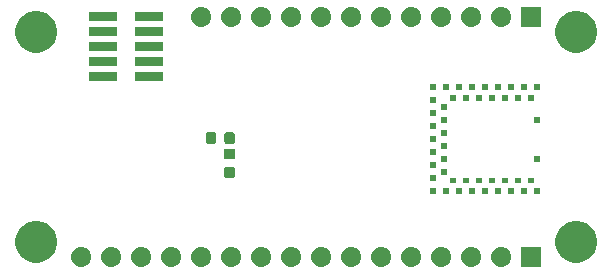
<source format=gbr>
G04 #@! TF.GenerationSoftware,KiCad,Pcbnew,(5.0.1)-3*
G04 #@! TF.CreationDate,2018-11-27T12:57:36+01:00*
G04 #@! TF.ProjectId,Adafruit_FeatherWing,41646166727569745F46656174686572,rev?*
G04 #@! TF.SameCoordinates,Original*
G04 #@! TF.FileFunction,Soldermask,Top*
G04 #@! TF.FilePolarity,Negative*
%FSLAX46Y46*%
G04 Gerber Fmt 4.6, Leading zero omitted, Abs format (unit mm)*
G04 Created by KiCad (PCBNEW (5.0.1)-3) date 27.11.2018 12:57:36*
%MOMM*%
%LPD*%
G01*
G04 APERTURE LIST*
%ADD10C,0.100000*%
G04 APERTURE END LIST*
D10*
G36*
X157060000Y-125310000D02*
X155360000Y-125310000D01*
X155360000Y-123610000D01*
X157060000Y-123610000D01*
X157060000Y-125310000D01*
X157060000Y-125310000D01*
G37*
G36*
X136056630Y-123622299D02*
X136216855Y-123670903D01*
X136364520Y-123749831D01*
X136493949Y-123856051D01*
X136600169Y-123985480D01*
X136679097Y-124133145D01*
X136727701Y-124293370D01*
X136744112Y-124460000D01*
X136727701Y-124626630D01*
X136679097Y-124786855D01*
X136600169Y-124934520D01*
X136493949Y-125063949D01*
X136364520Y-125170169D01*
X136216855Y-125249097D01*
X136056630Y-125297701D01*
X135931752Y-125310000D01*
X135848248Y-125310000D01*
X135723370Y-125297701D01*
X135563145Y-125249097D01*
X135415480Y-125170169D01*
X135286051Y-125063949D01*
X135179831Y-124934520D01*
X135100903Y-124786855D01*
X135052299Y-124626630D01*
X135035888Y-124460000D01*
X135052299Y-124293370D01*
X135100903Y-124133145D01*
X135179831Y-123985480D01*
X135286051Y-123856051D01*
X135415480Y-123749831D01*
X135563145Y-123670903D01*
X135723370Y-123622299D01*
X135848248Y-123610000D01*
X135931752Y-123610000D01*
X136056630Y-123622299D01*
X136056630Y-123622299D01*
G37*
G36*
X118276630Y-123622299D02*
X118436855Y-123670903D01*
X118584520Y-123749831D01*
X118713949Y-123856051D01*
X118820169Y-123985480D01*
X118899097Y-124133145D01*
X118947701Y-124293370D01*
X118964112Y-124460000D01*
X118947701Y-124626630D01*
X118899097Y-124786855D01*
X118820169Y-124934520D01*
X118713949Y-125063949D01*
X118584520Y-125170169D01*
X118436855Y-125249097D01*
X118276630Y-125297701D01*
X118151752Y-125310000D01*
X118068248Y-125310000D01*
X117943370Y-125297701D01*
X117783145Y-125249097D01*
X117635480Y-125170169D01*
X117506051Y-125063949D01*
X117399831Y-124934520D01*
X117320903Y-124786855D01*
X117272299Y-124626630D01*
X117255888Y-124460000D01*
X117272299Y-124293370D01*
X117320903Y-124133145D01*
X117399831Y-123985480D01*
X117506051Y-123856051D01*
X117635480Y-123749831D01*
X117783145Y-123670903D01*
X117943370Y-123622299D01*
X118068248Y-123610000D01*
X118151752Y-123610000D01*
X118276630Y-123622299D01*
X118276630Y-123622299D01*
G37*
G36*
X120816630Y-123622299D02*
X120976855Y-123670903D01*
X121124520Y-123749831D01*
X121253949Y-123856051D01*
X121360169Y-123985480D01*
X121439097Y-124133145D01*
X121487701Y-124293370D01*
X121504112Y-124460000D01*
X121487701Y-124626630D01*
X121439097Y-124786855D01*
X121360169Y-124934520D01*
X121253949Y-125063949D01*
X121124520Y-125170169D01*
X120976855Y-125249097D01*
X120816630Y-125297701D01*
X120691752Y-125310000D01*
X120608248Y-125310000D01*
X120483370Y-125297701D01*
X120323145Y-125249097D01*
X120175480Y-125170169D01*
X120046051Y-125063949D01*
X119939831Y-124934520D01*
X119860903Y-124786855D01*
X119812299Y-124626630D01*
X119795888Y-124460000D01*
X119812299Y-124293370D01*
X119860903Y-124133145D01*
X119939831Y-123985480D01*
X120046051Y-123856051D01*
X120175480Y-123749831D01*
X120323145Y-123670903D01*
X120483370Y-123622299D01*
X120608248Y-123610000D01*
X120691752Y-123610000D01*
X120816630Y-123622299D01*
X120816630Y-123622299D01*
G37*
G36*
X123356630Y-123622299D02*
X123516855Y-123670903D01*
X123664520Y-123749831D01*
X123793949Y-123856051D01*
X123900169Y-123985480D01*
X123979097Y-124133145D01*
X124027701Y-124293370D01*
X124044112Y-124460000D01*
X124027701Y-124626630D01*
X123979097Y-124786855D01*
X123900169Y-124934520D01*
X123793949Y-125063949D01*
X123664520Y-125170169D01*
X123516855Y-125249097D01*
X123356630Y-125297701D01*
X123231752Y-125310000D01*
X123148248Y-125310000D01*
X123023370Y-125297701D01*
X122863145Y-125249097D01*
X122715480Y-125170169D01*
X122586051Y-125063949D01*
X122479831Y-124934520D01*
X122400903Y-124786855D01*
X122352299Y-124626630D01*
X122335888Y-124460000D01*
X122352299Y-124293370D01*
X122400903Y-124133145D01*
X122479831Y-123985480D01*
X122586051Y-123856051D01*
X122715480Y-123749831D01*
X122863145Y-123670903D01*
X123023370Y-123622299D01*
X123148248Y-123610000D01*
X123231752Y-123610000D01*
X123356630Y-123622299D01*
X123356630Y-123622299D01*
G37*
G36*
X125896630Y-123622299D02*
X126056855Y-123670903D01*
X126204520Y-123749831D01*
X126333949Y-123856051D01*
X126440169Y-123985480D01*
X126519097Y-124133145D01*
X126567701Y-124293370D01*
X126584112Y-124460000D01*
X126567701Y-124626630D01*
X126519097Y-124786855D01*
X126440169Y-124934520D01*
X126333949Y-125063949D01*
X126204520Y-125170169D01*
X126056855Y-125249097D01*
X125896630Y-125297701D01*
X125771752Y-125310000D01*
X125688248Y-125310000D01*
X125563370Y-125297701D01*
X125403145Y-125249097D01*
X125255480Y-125170169D01*
X125126051Y-125063949D01*
X125019831Y-124934520D01*
X124940903Y-124786855D01*
X124892299Y-124626630D01*
X124875888Y-124460000D01*
X124892299Y-124293370D01*
X124940903Y-124133145D01*
X125019831Y-123985480D01*
X125126051Y-123856051D01*
X125255480Y-123749831D01*
X125403145Y-123670903D01*
X125563370Y-123622299D01*
X125688248Y-123610000D01*
X125771752Y-123610000D01*
X125896630Y-123622299D01*
X125896630Y-123622299D01*
G37*
G36*
X128436630Y-123622299D02*
X128596855Y-123670903D01*
X128744520Y-123749831D01*
X128873949Y-123856051D01*
X128980169Y-123985480D01*
X129059097Y-124133145D01*
X129107701Y-124293370D01*
X129124112Y-124460000D01*
X129107701Y-124626630D01*
X129059097Y-124786855D01*
X128980169Y-124934520D01*
X128873949Y-125063949D01*
X128744520Y-125170169D01*
X128596855Y-125249097D01*
X128436630Y-125297701D01*
X128311752Y-125310000D01*
X128228248Y-125310000D01*
X128103370Y-125297701D01*
X127943145Y-125249097D01*
X127795480Y-125170169D01*
X127666051Y-125063949D01*
X127559831Y-124934520D01*
X127480903Y-124786855D01*
X127432299Y-124626630D01*
X127415888Y-124460000D01*
X127432299Y-124293370D01*
X127480903Y-124133145D01*
X127559831Y-123985480D01*
X127666051Y-123856051D01*
X127795480Y-123749831D01*
X127943145Y-123670903D01*
X128103370Y-123622299D01*
X128228248Y-123610000D01*
X128311752Y-123610000D01*
X128436630Y-123622299D01*
X128436630Y-123622299D01*
G37*
G36*
X130976630Y-123622299D02*
X131136855Y-123670903D01*
X131284520Y-123749831D01*
X131413949Y-123856051D01*
X131520169Y-123985480D01*
X131599097Y-124133145D01*
X131647701Y-124293370D01*
X131664112Y-124460000D01*
X131647701Y-124626630D01*
X131599097Y-124786855D01*
X131520169Y-124934520D01*
X131413949Y-125063949D01*
X131284520Y-125170169D01*
X131136855Y-125249097D01*
X130976630Y-125297701D01*
X130851752Y-125310000D01*
X130768248Y-125310000D01*
X130643370Y-125297701D01*
X130483145Y-125249097D01*
X130335480Y-125170169D01*
X130206051Y-125063949D01*
X130099831Y-124934520D01*
X130020903Y-124786855D01*
X129972299Y-124626630D01*
X129955888Y-124460000D01*
X129972299Y-124293370D01*
X130020903Y-124133145D01*
X130099831Y-123985480D01*
X130206051Y-123856051D01*
X130335480Y-123749831D01*
X130483145Y-123670903D01*
X130643370Y-123622299D01*
X130768248Y-123610000D01*
X130851752Y-123610000D01*
X130976630Y-123622299D01*
X130976630Y-123622299D01*
G37*
G36*
X133516630Y-123622299D02*
X133676855Y-123670903D01*
X133824520Y-123749831D01*
X133953949Y-123856051D01*
X134060169Y-123985480D01*
X134139097Y-124133145D01*
X134187701Y-124293370D01*
X134204112Y-124460000D01*
X134187701Y-124626630D01*
X134139097Y-124786855D01*
X134060169Y-124934520D01*
X133953949Y-125063949D01*
X133824520Y-125170169D01*
X133676855Y-125249097D01*
X133516630Y-125297701D01*
X133391752Y-125310000D01*
X133308248Y-125310000D01*
X133183370Y-125297701D01*
X133023145Y-125249097D01*
X132875480Y-125170169D01*
X132746051Y-125063949D01*
X132639831Y-124934520D01*
X132560903Y-124786855D01*
X132512299Y-124626630D01*
X132495888Y-124460000D01*
X132512299Y-124293370D01*
X132560903Y-124133145D01*
X132639831Y-123985480D01*
X132746051Y-123856051D01*
X132875480Y-123749831D01*
X133023145Y-123670903D01*
X133183370Y-123622299D01*
X133308248Y-123610000D01*
X133391752Y-123610000D01*
X133516630Y-123622299D01*
X133516630Y-123622299D01*
G37*
G36*
X141136630Y-123622299D02*
X141296855Y-123670903D01*
X141444520Y-123749831D01*
X141573949Y-123856051D01*
X141680169Y-123985480D01*
X141759097Y-124133145D01*
X141807701Y-124293370D01*
X141824112Y-124460000D01*
X141807701Y-124626630D01*
X141759097Y-124786855D01*
X141680169Y-124934520D01*
X141573949Y-125063949D01*
X141444520Y-125170169D01*
X141296855Y-125249097D01*
X141136630Y-125297701D01*
X141011752Y-125310000D01*
X140928248Y-125310000D01*
X140803370Y-125297701D01*
X140643145Y-125249097D01*
X140495480Y-125170169D01*
X140366051Y-125063949D01*
X140259831Y-124934520D01*
X140180903Y-124786855D01*
X140132299Y-124626630D01*
X140115888Y-124460000D01*
X140132299Y-124293370D01*
X140180903Y-124133145D01*
X140259831Y-123985480D01*
X140366051Y-123856051D01*
X140495480Y-123749831D01*
X140643145Y-123670903D01*
X140803370Y-123622299D01*
X140928248Y-123610000D01*
X141011752Y-123610000D01*
X141136630Y-123622299D01*
X141136630Y-123622299D01*
G37*
G36*
X143676630Y-123622299D02*
X143836855Y-123670903D01*
X143984520Y-123749831D01*
X144113949Y-123856051D01*
X144220169Y-123985480D01*
X144299097Y-124133145D01*
X144347701Y-124293370D01*
X144364112Y-124460000D01*
X144347701Y-124626630D01*
X144299097Y-124786855D01*
X144220169Y-124934520D01*
X144113949Y-125063949D01*
X143984520Y-125170169D01*
X143836855Y-125249097D01*
X143676630Y-125297701D01*
X143551752Y-125310000D01*
X143468248Y-125310000D01*
X143343370Y-125297701D01*
X143183145Y-125249097D01*
X143035480Y-125170169D01*
X142906051Y-125063949D01*
X142799831Y-124934520D01*
X142720903Y-124786855D01*
X142672299Y-124626630D01*
X142655888Y-124460000D01*
X142672299Y-124293370D01*
X142720903Y-124133145D01*
X142799831Y-123985480D01*
X142906051Y-123856051D01*
X143035480Y-123749831D01*
X143183145Y-123670903D01*
X143343370Y-123622299D01*
X143468248Y-123610000D01*
X143551752Y-123610000D01*
X143676630Y-123622299D01*
X143676630Y-123622299D01*
G37*
G36*
X146216630Y-123622299D02*
X146376855Y-123670903D01*
X146524520Y-123749831D01*
X146653949Y-123856051D01*
X146760169Y-123985480D01*
X146839097Y-124133145D01*
X146887701Y-124293370D01*
X146904112Y-124460000D01*
X146887701Y-124626630D01*
X146839097Y-124786855D01*
X146760169Y-124934520D01*
X146653949Y-125063949D01*
X146524520Y-125170169D01*
X146376855Y-125249097D01*
X146216630Y-125297701D01*
X146091752Y-125310000D01*
X146008248Y-125310000D01*
X145883370Y-125297701D01*
X145723145Y-125249097D01*
X145575480Y-125170169D01*
X145446051Y-125063949D01*
X145339831Y-124934520D01*
X145260903Y-124786855D01*
X145212299Y-124626630D01*
X145195888Y-124460000D01*
X145212299Y-124293370D01*
X145260903Y-124133145D01*
X145339831Y-123985480D01*
X145446051Y-123856051D01*
X145575480Y-123749831D01*
X145723145Y-123670903D01*
X145883370Y-123622299D01*
X146008248Y-123610000D01*
X146091752Y-123610000D01*
X146216630Y-123622299D01*
X146216630Y-123622299D01*
G37*
G36*
X148756630Y-123622299D02*
X148916855Y-123670903D01*
X149064520Y-123749831D01*
X149193949Y-123856051D01*
X149300169Y-123985480D01*
X149379097Y-124133145D01*
X149427701Y-124293370D01*
X149444112Y-124460000D01*
X149427701Y-124626630D01*
X149379097Y-124786855D01*
X149300169Y-124934520D01*
X149193949Y-125063949D01*
X149064520Y-125170169D01*
X148916855Y-125249097D01*
X148756630Y-125297701D01*
X148631752Y-125310000D01*
X148548248Y-125310000D01*
X148423370Y-125297701D01*
X148263145Y-125249097D01*
X148115480Y-125170169D01*
X147986051Y-125063949D01*
X147879831Y-124934520D01*
X147800903Y-124786855D01*
X147752299Y-124626630D01*
X147735888Y-124460000D01*
X147752299Y-124293370D01*
X147800903Y-124133145D01*
X147879831Y-123985480D01*
X147986051Y-123856051D01*
X148115480Y-123749831D01*
X148263145Y-123670903D01*
X148423370Y-123622299D01*
X148548248Y-123610000D01*
X148631752Y-123610000D01*
X148756630Y-123622299D01*
X148756630Y-123622299D01*
G37*
G36*
X151296630Y-123622299D02*
X151456855Y-123670903D01*
X151604520Y-123749831D01*
X151733949Y-123856051D01*
X151840169Y-123985480D01*
X151919097Y-124133145D01*
X151967701Y-124293370D01*
X151984112Y-124460000D01*
X151967701Y-124626630D01*
X151919097Y-124786855D01*
X151840169Y-124934520D01*
X151733949Y-125063949D01*
X151604520Y-125170169D01*
X151456855Y-125249097D01*
X151296630Y-125297701D01*
X151171752Y-125310000D01*
X151088248Y-125310000D01*
X150963370Y-125297701D01*
X150803145Y-125249097D01*
X150655480Y-125170169D01*
X150526051Y-125063949D01*
X150419831Y-124934520D01*
X150340903Y-124786855D01*
X150292299Y-124626630D01*
X150275888Y-124460000D01*
X150292299Y-124293370D01*
X150340903Y-124133145D01*
X150419831Y-123985480D01*
X150526051Y-123856051D01*
X150655480Y-123749831D01*
X150803145Y-123670903D01*
X150963370Y-123622299D01*
X151088248Y-123610000D01*
X151171752Y-123610000D01*
X151296630Y-123622299D01*
X151296630Y-123622299D01*
G37*
G36*
X153836630Y-123622299D02*
X153996855Y-123670903D01*
X154144520Y-123749831D01*
X154273949Y-123856051D01*
X154380169Y-123985480D01*
X154459097Y-124133145D01*
X154507701Y-124293370D01*
X154524112Y-124460000D01*
X154507701Y-124626630D01*
X154459097Y-124786855D01*
X154380169Y-124934520D01*
X154273949Y-125063949D01*
X154144520Y-125170169D01*
X153996855Y-125249097D01*
X153836630Y-125297701D01*
X153711752Y-125310000D01*
X153628248Y-125310000D01*
X153503370Y-125297701D01*
X153343145Y-125249097D01*
X153195480Y-125170169D01*
X153066051Y-125063949D01*
X152959831Y-124934520D01*
X152880903Y-124786855D01*
X152832299Y-124626630D01*
X152815888Y-124460000D01*
X152832299Y-124293370D01*
X152880903Y-124133145D01*
X152959831Y-123985480D01*
X153066051Y-123856051D01*
X153195480Y-123749831D01*
X153343145Y-123670903D01*
X153503370Y-123622299D01*
X153628248Y-123610000D01*
X153711752Y-123610000D01*
X153836630Y-123622299D01*
X153836630Y-123622299D01*
G37*
G36*
X138596630Y-123622299D02*
X138756855Y-123670903D01*
X138904520Y-123749831D01*
X139033949Y-123856051D01*
X139140169Y-123985480D01*
X139219097Y-124133145D01*
X139267701Y-124293370D01*
X139284112Y-124460000D01*
X139267701Y-124626630D01*
X139219097Y-124786855D01*
X139140169Y-124934520D01*
X139033949Y-125063949D01*
X138904520Y-125170169D01*
X138756855Y-125249097D01*
X138596630Y-125297701D01*
X138471752Y-125310000D01*
X138388248Y-125310000D01*
X138263370Y-125297701D01*
X138103145Y-125249097D01*
X137955480Y-125170169D01*
X137826051Y-125063949D01*
X137719831Y-124934520D01*
X137640903Y-124786855D01*
X137592299Y-124626630D01*
X137575888Y-124460000D01*
X137592299Y-124293370D01*
X137640903Y-124133145D01*
X137719831Y-123985480D01*
X137826051Y-123856051D01*
X137955480Y-123749831D01*
X138103145Y-123670903D01*
X138263370Y-123622299D01*
X138388248Y-123610000D01*
X138471752Y-123610000D01*
X138596630Y-123622299D01*
X138596630Y-123622299D01*
G37*
G36*
X160538623Y-121480327D02*
X160862198Y-121614356D01*
X161153412Y-121808939D01*
X161401061Y-122056588D01*
X161595644Y-122347802D01*
X161729673Y-122671377D01*
X161798000Y-123014881D01*
X161798000Y-123365119D01*
X161729673Y-123708623D01*
X161595644Y-124032198D01*
X161401061Y-124323412D01*
X161153412Y-124571061D01*
X160862198Y-124765644D01*
X160538623Y-124899673D01*
X160195119Y-124968000D01*
X159844881Y-124968000D01*
X159501377Y-124899673D01*
X159177802Y-124765644D01*
X158886588Y-124571061D01*
X158638939Y-124323412D01*
X158444356Y-124032198D01*
X158310327Y-123708623D01*
X158242000Y-123365119D01*
X158242000Y-123014881D01*
X158310327Y-122671377D01*
X158444356Y-122347802D01*
X158638939Y-122056588D01*
X158886588Y-121808939D01*
X159177802Y-121614356D01*
X159501377Y-121480327D01*
X159844881Y-121412000D01*
X160195119Y-121412000D01*
X160538623Y-121480327D01*
X160538623Y-121480327D01*
G37*
G36*
X114818623Y-121480327D02*
X115142198Y-121614356D01*
X115433412Y-121808939D01*
X115681061Y-122056588D01*
X115875644Y-122347802D01*
X116009673Y-122671377D01*
X116078000Y-123014881D01*
X116078000Y-123365119D01*
X116009673Y-123708623D01*
X115875644Y-124032198D01*
X115681061Y-124323412D01*
X115433412Y-124571061D01*
X115142198Y-124765644D01*
X114818623Y-124899673D01*
X114475119Y-124968000D01*
X114124881Y-124968000D01*
X113781377Y-124899673D01*
X113457802Y-124765644D01*
X113166588Y-124571061D01*
X112918939Y-124323412D01*
X112724356Y-124032198D01*
X112590327Y-123708623D01*
X112522000Y-123365119D01*
X112522000Y-123014881D01*
X112590327Y-122671377D01*
X112724356Y-122347802D01*
X112918939Y-122056588D01*
X113166588Y-121808939D01*
X113457802Y-121614356D01*
X113781377Y-121480327D01*
X114124881Y-121412000D01*
X114475119Y-121412000D01*
X114818623Y-121480327D01*
X114818623Y-121480327D01*
G37*
G36*
X154770000Y-119150000D02*
X154270000Y-119150000D01*
X154270000Y-118650000D01*
X154770000Y-118650000D01*
X154770000Y-119150000D01*
X154770000Y-119150000D01*
G37*
G36*
X148170000Y-119150000D02*
X147670000Y-119150000D01*
X147670000Y-118650000D01*
X148170000Y-118650000D01*
X148170000Y-119150000D01*
X148170000Y-119150000D01*
G37*
G36*
X149270000Y-119150000D02*
X148770000Y-119150000D01*
X148770000Y-118650000D01*
X149270000Y-118650000D01*
X149270000Y-119150000D01*
X149270000Y-119150000D01*
G37*
G36*
X150370000Y-119150000D02*
X149870000Y-119150000D01*
X149870000Y-118650000D01*
X150370000Y-118650000D01*
X150370000Y-119150000D01*
X150370000Y-119150000D01*
G37*
G36*
X151470000Y-119150000D02*
X150970000Y-119150000D01*
X150970000Y-118650000D01*
X151470000Y-118650000D01*
X151470000Y-119150000D01*
X151470000Y-119150000D01*
G37*
G36*
X152570000Y-119150000D02*
X152070000Y-119150000D01*
X152070000Y-118650000D01*
X152570000Y-118650000D01*
X152570000Y-119150000D01*
X152570000Y-119150000D01*
G37*
G36*
X153670000Y-119150000D02*
X153170000Y-119150000D01*
X153170000Y-118650000D01*
X153670000Y-118650000D01*
X153670000Y-119150000D01*
X153670000Y-119150000D01*
G37*
G36*
X155870000Y-119150000D02*
X155370000Y-119150000D01*
X155370000Y-118650000D01*
X155870000Y-118650000D01*
X155870000Y-119150000D01*
X155870000Y-119150000D01*
G37*
G36*
X156970000Y-119150000D02*
X156470000Y-119150000D01*
X156470000Y-118650000D01*
X156970000Y-118650000D01*
X156970000Y-119150000D01*
X156970000Y-119150000D01*
G37*
G36*
X153120000Y-118250000D02*
X152620000Y-118250000D01*
X152620000Y-117750000D01*
X153120000Y-117750000D01*
X153120000Y-118250000D01*
X153120000Y-118250000D01*
G37*
G36*
X149820000Y-118250000D02*
X149320000Y-118250000D01*
X149320000Y-117750000D01*
X149820000Y-117750000D01*
X149820000Y-118250000D01*
X149820000Y-118250000D01*
G37*
G36*
X150920000Y-118250000D02*
X150420000Y-118250000D01*
X150420000Y-117750000D01*
X150920000Y-117750000D01*
X150920000Y-118250000D01*
X150920000Y-118250000D01*
G37*
G36*
X156420000Y-118250000D02*
X155920000Y-118250000D01*
X155920000Y-117750000D01*
X156420000Y-117750000D01*
X156420000Y-118250000D01*
X156420000Y-118250000D01*
G37*
G36*
X155320000Y-118250000D02*
X154820000Y-118250000D01*
X154820000Y-117750000D01*
X155320000Y-117750000D01*
X155320000Y-118250000D01*
X155320000Y-118250000D01*
G37*
G36*
X154220000Y-118250000D02*
X153720000Y-118250000D01*
X153720000Y-117750000D01*
X154220000Y-117750000D01*
X154220000Y-118250000D01*
X154220000Y-118250000D01*
G37*
G36*
X152020000Y-118250000D02*
X151520000Y-118250000D01*
X151520000Y-117750000D01*
X152020000Y-117750000D01*
X152020000Y-118250000D01*
X152020000Y-118250000D01*
G37*
G36*
X148170000Y-118050000D02*
X147670000Y-118050000D01*
X147670000Y-117550000D01*
X148170000Y-117550000D01*
X148170000Y-118050000D01*
X148170000Y-118050000D01*
G37*
G36*
X131019116Y-116878595D02*
X131048313Y-116887452D01*
X131075218Y-116901833D01*
X131098808Y-116921192D01*
X131118167Y-116944782D01*
X131132548Y-116971687D01*
X131141405Y-117000884D01*
X131145000Y-117037390D01*
X131145000Y-117587610D01*
X131141405Y-117624116D01*
X131132548Y-117653313D01*
X131118167Y-117680218D01*
X131098808Y-117703808D01*
X131075218Y-117723167D01*
X131048313Y-117737548D01*
X131019116Y-117746405D01*
X130982610Y-117750000D01*
X130357390Y-117750000D01*
X130320884Y-117746405D01*
X130291687Y-117737548D01*
X130264782Y-117723167D01*
X130241192Y-117703808D01*
X130221833Y-117680218D01*
X130207452Y-117653313D01*
X130198595Y-117624116D01*
X130195000Y-117587610D01*
X130195000Y-117037390D01*
X130198595Y-117000884D01*
X130207452Y-116971687D01*
X130221833Y-116944782D01*
X130241192Y-116921192D01*
X130264782Y-116901833D01*
X130291687Y-116887452D01*
X130320884Y-116878595D01*
X130357390Y-116875000D01*
X130982610Y-116875000D01*
X131019116Y-116878595D01*
X131019116Y-116878595D01*
G37*
G36*
X149070000Y-117500000D02*
X148570000Y-117500000D01*
X148570000Y-117000000D01*
X149070000Y-117000000D01*
X149070000Y-117500000D01*
X149070000Y-117500000D01*
G37*
G36*
X148170000Y-116950000D02*
X147670000Y-116950000D01*
X147670000Y-116450000D01*
X148170000Y-116450000D01*
X148170000Y-116950000D01*
X148170000Y-116950000D01*
G37*
G36*
X149070000Y-116400000D02*
X148570000Y-116400000D01*
X148570000Y-115900000D01*
X149070000Y-115900000D01*
X149070000Y-116400000D01*
X149070000Y-116400000D01*
G37*
G36*
X156970000Y-116400000D02*
X156470000Y-116400000D01*
X156470000Y-115900000D01*
X156970000Y-115900000D01*
X156970000Y-116400000D01*
X156970000Y-116400000D01*
G37*
G36*
X131019116Y-115303595D02*
X131048313Y-115312452D01*
X131075218Y-115326833D01*
X131098808Y-115346192D01*
X131118167Y-115369782D01*
X131132548Y-115396687D01*
X131141405Y-115425884D01*
X131145000Y-115462390D01*
X131145000Y-116012610D01*
X131141405Y-116049116D01*
X131132548Y-116078313D01*
X131118167Y-116105218D01*
X131098808Y-116128808D01*
X131075218Y-116148167D01*
X131048313Y-116162548D01*
X131019116Y-116171405D01*
X130982610Y-116175000D01*
X130357390Y-116175000D01*
X130320884Y-116171405D01*
X130291687Y-116162548D01*
X130264782Y-116148167D01*
X130241192Y-116128808D01*
X130221833Y-116105218D01*
X130207452Y-116078313D01*
X130198595Y-116049116D01*
X130195000Y-116012610D01*
X130195000Y-115462390D01*
X130198595Y-115425884D01*
X130207452Y-115396687D01*
X130221833Y-115369782D01*
X130241192Y-115346192D01*
X130264782Y-115326833D01*
X130291687Y-115312452D01*
X130320884Y-115303595D01*
X130357390Y-115300000D01*
X130982610Y-115300000D01*
X131019116Y-115303595D01*
X131019116Y-115303595D01*
G37*
G36*
X148170000Y-115850000D02*
X147670000Y-115850000D01*
X147670000Y-115350000D01*
X148170000Y-115350000D01*
X148170000Y-115850000D01*
X148170000Y-115850000D01*
G37*
G36*
X149070000Y-115300000D02*
X148570000Y-115300000D01*
X148570000Y-114800000D01*
X149070000Y-114800000D01*
X149070000Y-115300000D01*
X149070000Y-115300000D01*
G37*
G36*
X129406616Y-113928595D02*
X129435813Y-113937452D01*
X129462718Y-113951833D01*
X129486308Y-113971192D01*
X129505667Y-113994782D01*
X129520048Y-114021687D01*
X129528905Y-114050884D01*
X129532500Y-114087390D01*
X129532500Y-114712610D01*
X129528905Y-114749116D01*
X129520048Y-114778313D01*
X129505667Y-114805218D01*
X129486308Y-114828808D01*
X129462718Y-114848167D01*
X129435813Y-114862548D01*
X129406616Y-114871405D01*
X129370110Y-114875000D01*
X128819890Y-114875000D01*
X128783384Y-114871405D01*
X128754187Y-114862548D01*
X128727282Y-114848167D01*
X128703692Y-114828808D01*
X128684333Y-114805218D01*
X128669952Y-114778313D01*
X128661095Y-114749116D01*
X128657500Y-114712610D01*
X128657500Y-114087390D01*
X128661095Y-114050884D01*
X128669952Y-114021687D01*
X128684333Y-113994782D01*
X128703692Y-113971192D01*
X128727282Y-113951833D01*
X128754187Y-113937452D01*
X128783384Y-113928595D01*
X128819890Y-113925000D01*
X129370110Y-113925000D01*
X129406616Y-113928595D01*
X129406616Y-113928595D01*
G37*
G36*
X130981616Y-113928595D02*
X131010813Y-113937452D01*
X131037718Y-113951833D01*
X131061308Y-113971192D01*
X131080667Y-113994782D01*
X131095048Y-114021687D01*
X131103905Y-114050884D01*
X131107500Y-114087390D01*
X131107500Y-114712610D01*
X131103905Y-114749116D01*
X131095048Y-114778313D01*
X131080667Y-114805218D01*
X131061308Y-114828808D01*
X131037718Y-114848167D01*
X131010813Y-114862548D01*
X130981616Y-114871405D01*
X130945110Y-114875000D01*
X130394890Y-114875000D01*
X130358384Y-114871405D01*
X130329187Y-114862548D01*
X130302282Y-114848167D01*
X130278692Y-114828808D01*
X130259333Y-114805218D01*
X130244952Y-114778313D01*
X130236095Y-114749116D01*
X130232500Y-114712610D01*
X130232500Y-114087390D01*
X130236095Y-114050884D01*
X130244952Y-114021687D01*
X130259333Y-113994782D01*
X130278692Y-113971192D01*
X130302282Y-113951833D01*
X130329187Y-113937452D01*
X130358384Y-113928595D01*
X130394890Y-113925000D01*
X130945110Y-113925000D01*
X130981616Y-113928595D01*
X130981616Y-113928595D01*
G37*
G36*
X148170000Y-114750000D02*
X147670000Y-114750000D01*
X147670000Y-114250000D01*
X148170000Y-114250000D01*
X148170000Y-114750000D01*
X148170000Y-114750000D01*
G37*
G36*
X149070000Y-114200000D02*
X148570000Y-114200000D01*
X148570000Y-113700000D01*
X149070000Y-113700000D01*
X149070000Y-114200000D01*
X149070000Y-114200000D01*
G37*
G36*
X148170000Y-113650000D02*
X147670000Y-113650000D01*
X147670000Y-113150000D01*
X148170000Y-113150000D01*
X148170000Y-113650000D01*
X148170000Y-113650000D01*
G37*
G36*
X156970000Y-113100000D02*
X156470000Y-113100000D01*
X156470000Y-112600000D01*
X156970000Y-112600000D01*
X156970000Y-113100000D01*
X156970000Y-113100000D01*
G37*
G36*
X149070000Y-113100000D02*
X148570000Y-113100000D01*
X148570000Y-112600000D01*
X149070000Y-112600000D01*
X149070000Y-113100000D01*
X149070000Y-113100000D01*
G37*
G36*
X148170000Y-112550000D02*
X147670000Y-112550000D01*
X147670000Y-112050000D01*
X148170000Y-112050000D01*
X148170000Y-112550000D01*
X148170000Y-112550000D01*
G37*
G36*
X149070000Y-112000000D02*
X148570000Y-112000000D01*
X148570000Y-111500000D01*
X149070000Y-111500000D01*
X149070000Y-112000000D01*
X149070000Y-112000000D01*
G37*
G36*
X148170000Y-111450000D02*
X147670000Y-111450000D01*
X147670000Y-110950000D01*
X148170000Y-110950000D01*
X148170000Y-111450000D01*
X148170000Y-111450000D01*
G37*
G36*
X154220000Y-111250000D02*
X153720000Y-111250000D01*
X153720000Y-110750000D01*
X154220000Y-110750000D01*
X154220000Y-111250000D01*
X154220000Y-111250000D01*
G37*
G36*
X155320000Y-111250000D02*
X154820000Y-111250000D01*
X154820000Y-110750000D01*
X155320000Y-110750000D01*
X155320000Y-111250000D01*
X155320000Y-111250000D01*
G37*
G36*
X156420000Y-111250000D02*
X155920000Y-111250000D01*
X155920000Y-110750000D01*
X156420000Y-110750000D01*
X156420000Y-111250000D01*
X156420000Y-111250000D01*
G37*
G36*
X152020000Y-111250000D02*
X151520000Y-111250000D01*
X151520000Y-110750000D01*
X152020000Y-110750000D01*
X152020000Y-111250000D01*
X152020000Y-111250000D01*
G37*
G36*
X150920000Y-111250000D02*
X150420000Y-111250000D01*
X150420000Y-110750000D01*
X150920000Y-110750000D01*
X150920000Y-111250000D01*
X150920000Y-111250000D01*
G37*
G36*
X153120000Y-111250000D02*
X152620000Y-111250000D01*
X152620000Y-110750000D01*
X153120000Y-110750000D01*
X153120000Y-111250000D01*
X153120000Y-111250000D01*
G37*
G36*
X149820000Y-111250000D02*
X149320000Y-111250000D01*
X149320000Y-110750000D01*
X149820000Y-110750000D01*
X149820000Y-111250000D01*
X149820000Y-111250000D01*
G37*
G36*
X156970000Y-110350000D02*
X156470000Y-110350000D01*
X156470000Y-109850000D01*
X156970000Y-109850000D01*
X156970000Y-110350000D01*
X156970000Y-110350000D01*
G37*
G36*
X155870000Y-110350000D02*
X155370000Y-110350000D01*
X155370000Y-109850000D01*
X155870000Y-109850000D01*
X155870000Y-110350000D01*
X155870000Y-110350000D01*
G37*
G36*
X153670000Y-110350000D02*
X153170000Y-110350000D01*
X153170000Y-109850000D01*
X153670000Y-109850000D01*
X153670000Y-110350000D01*
X153670000Y-110350000D01*
G37*
G36*
X152570000Y-110350000D02*
X152070000Y-110350000D01*
X152070000Y-109850000D01*
X152570000Y-109850000D01*
X152570000Y-110350000D01*
X152570000Y-110350000D01*
G37*
G36*
X151470000Y-110350000D02*
X150970000Y-110350000D01*
X150970000Y-109850000D01*
X151470000Y-109850000D01*
X151470000Y-110350000D01*
X151470000Y-110350000D01*
G37*
G36*
X154770000Y-110350000D02*
X154270000Y-110350000D01*
X154270000Y-109850000D01*
X154770000Y-109850000D01*
X154770000Y-110350000D01*
X154770000Y-110350000D01*
G37*
G36*
X150370000Y-110350000D02*
X149870000Y-110350000D01*
X149870000Y-109850000D01*
X150370000Y-109850000D01*
X150370000Y-110350000D01*
X150370000Y-110350000D01*
G37*
G36*
X148170000Y-110350000D02*
X147670000Y-110350000D01*
X147670000Y-109850000D01*
X148170000Y-109850000D01*
X148170000Y-110350000D01*
X148170000Y-110350000D01*
G37*
G36*
X149270000Y-110350000D02*
X148770000Y-110350000D01*
X148770000Y-109850000D01*
X149270000Y-109850000D01*
X149270000Y-110350000D01*
X149270000Y-110350000D01*
G37*
G36*
X121170000Y-109590000D02*
X118770000Y-109590000D01*
X118770000Y-108850000D01*
X121170000Y-108850000D01*
X121170000Y-109590000D01*
X121170000Y-109590000D01*
G37*
G36*
X125070000Y-109590000D02*
X122670000Y-109590000D01*
X122670000Y-108850000D01*
X125070000Y-108850000D01*
X125070000Y-109590000D01*
X125070000Y-109590000D01*
G37*
G36*
X125070000Y-108320000D02*
X122670000Y-108320000D01*
X122670000Y-107580000D01*
X125070000Y-107580000D01*
X125070000Y-108320000D01*
X125070000Y-108320000D01*
G37*
G36*
X121170000Y-108320000D02*
X118770000Y-108320000D01*
X118770000Y-107580000D01*
X121170000Y-107580000D01*
X121170000Y-108320000D01*
X121170000Y-108320000D01*
G37*
G36*
X160538623Y-103700327D02*
X160862198Y-103834356D01*
X161153412Y-104028939D01*
X161401061Y-104276588D01*
X161595644Y-104567802D01*
X161729673Y-104891377D01*
X161798000Y-105234881D01*
X161798000Y-105585119D01*
X161729673Y-105928623D01*
X161595644Y-106252198D01*
X161401061Y-106543412D01*
X161153412Y-106791061D01*
X160862198Y-106985644D01*
X160538623Y-107119673D01*
X160195119Y-107188000D01*
X159844881Y-107188000D01*
X159501377Y-107119673D01*
X159177802Y-106985644D01*
X158886588Y-106791061D01*
X158638939Y-106543412D01*
X158444356Y-106252198D01*
X158310327Y-105928623D01*
X158242000Y-105585119D01*
X158242000Y-105234881D01*
X158310327Y-104891377D01*
X158444356Y-104567802D01*
X158638939Y-104276588D01*
X158886588Y-104028939D01*
X159177802Y-103834356D01*
X159501377Y-103700327D01*
X159844881Y-103632000D01*
X160195119Y-103632000D01*
X160538623Y-103700327D01*
X160538623Y-103700327D01*
G37*
G36*
X114818623Y-103700327D02*
X115142198Y-103834356D01*
X115433412Y-104028939D01*
X115681061Y-104276588D01*
X115875644Y-104567802D01*
X116009673Y-104891377D01*
X116078000Y-105234881D01*
X116078000Y-105585119D01*
X116009673Y-105928623D01*
X115875644Y-106252198D01*
X115681061Y-106543412D01*
X115433412Y-106791061D01*
X115142198Y-106985644D01*
X114818623Y-107119673D01*
X114475119Y-107188000D01*
X114124881Y-107188000D01*
X113781377Y-107119673D01*
X113457802Y-106985644D01*
X113166588Y-106791061D01*
X112918939Y-106543412D01*
X112724356Y-106252198D01*
X112590327Y-105928623D01*
X112522000Y-105585119D01*
X112522000Y-105234881D01*
X112590327Y-104891377D01*
X112724356Y-104567802D01*
X112918939Y-104276588D01*
X113166588Y-104028939D01*
X113457802Y-103834356D01*
X113781377Y-103700327D01*
X114124881Y-103632000D01*
X114475119Y-103632000D01*
X114818623Y-103700327D01*
X114818623Y-103700327D01*
G37*
G36*
X125070000Y-107050000D02*
X122670000Y-107050000D01*
X122670000Y-106310000D01*
X125070000Y-106310000D01*
X125070000Y-107050000D01*
X125070000Y-107050000D01*
G37*
G36*
X121170000Y-107050000D02*
X118770000Y-107050000D01*
X118770000Y-106310000D01*
X121170000Y-106310000D01*
X121170000Y-107050000D01*
X121170000Y-107050000D01*
G37*
G36*
X125070000Y-105780000D02*
X122670000Y-105780000D01*
X122670000Y-105040000D01*
X125070000Y-105040000D01*
X125070000Y-105780000D01*
X125070000Y-105780000D01*
G37*
G36*
X121170000Y-105780000D02*
X118770000Y-105780000D01*
X118770000Y-105040000D01*
X121170000Y-105040000D01*
X121170000Y-105780000D01*
X121170000Y-105780000D01*
G37*
G36*
X143676630Y-103302299D02*
X143836855Y-103350903D01*
X143984520Y-103429831D01*
X144113949Y-103536051D01*
X144220169Y-103665480D01*
X144299097Y-103813145D01*
X144347701Y-103973370D01*
X144364112Y-104140000D01*
X144347701Y-104306630D01*
X144299097Y-104466855D01*
X144220169Y-104614520D01*
X144113949Y-104743949D01*
X143984520Y-104850169D01*
X143836855Y-104929097D01*
X143676630Y-104977701D01*
X143551752Y-104990000D01*
X143468248Y-104990000D01*
X143343370Y-104977701D01*
X143183145Y-104929097D01*
X143035480Y-104850169D01*
X142906051Y-104743949D01*
X142799831Y-104614520D01*
X142720903Y-104466855D01*
X142672299Y-104306630D01*
X142655888Y-104140000D01*
X142672299Y-103973370D01*
X142720903Y-103813145D01*
X142799831Y-103665480D01*
X142906051Y-103536051D01*
X143035480Y-103429831D01*
X143183145Y-103350903D01*
X143343370Y-103302299D01*
X143468248Y-103290000D01*
X143551752Y-103290000D01*
X143676630Y-103302299D01*
X143676630Y-103302299D01*
G37*
G36*
X157060000Y-104990000D02*
X155360000Y-104990000D01*
X155360000Y-103290000D01*
X157060000Y-103290000D01*
X157060000Y-104990000D01*
X157060000Y-104990000D01*
G37*
G36*
X153836630Y-103302299D02*
X153996855Y-103350903D01*
X154144520Y-103429831D01*
X154273949Y-103536051D01*
X154380169Y-103665480D01*
X154459097Y-103813145D01*
X154507701Y-103973370D01*
X154524112Y-104140000D01*
X154507701Y-104306630D01*
X154459097Y-104466855D01*
X154380169Y-104614520D01*
X154273949Y-104743949D01*
X154144520Y-104850169D01*
X153996855Y-104929097D01*
X153836630Y-104977701D01*
X153711752Y-104990000D01*
X153628248Y-104990000D01*
X153503370Y-104977701D01*
X153343145Y-104929097D01*
X153195480Y-104850169D01*
X153066051Y-104743949D01*
X152959831Y-104614520D01*
X152880903Y-104466855D01*
X152832299Y-104306630D01*
X152815888Y-104140000D01*
X152832299Y-103973370D01*
X152880903Y-103813145D01*
X152959831Y-103665480D01*
X153066051Y-103536051D01*
X153195480Y-103429831D01*
X153343145Y-103350903D01*
X153503370Y-103302299D01*
X153628248Y-103290000D01*
X153711752Y-103290000D01*
X153836630Y-103302299D01*
X153836630Y-103302299D01*
G37*
G36*
X148756630Y-103302299D02*
X148916855Y-103350903D01*
X149064520Y-103429831D01*
X149193949Y-103536051D01*
X149300169Y-103665480D01*
X149379097Y-103813145D01*
X149427701Y-103973370D01*
X149444112Y-104140000D01*
X149427701Y-104306630D01*
X149379097Y-104466855D01*
X149300169Y-104614520D01*
X149193949Y-104743949D01*
X149064520Y-104850169D01*
X148916855Y-104929097D01*
X148756630Y-104977701D01*
X148631752Y-104990000D01*
X148548248Y-104990000D01*
X148423370Y-104977701D01*
X148263145Y-104929097D01*
X148115480Y-104850169D01*
X147986051Y-104743949D01*
X147879831Y-104614520D01*
X147800903Y-104466855D01*
X147752299Y-104306630D01*
X147735888Y-104140000D01*
X147752299Y-103973370D01*
X147800903Y-103813145D01*
X147879831Y-103665480D01*
X147986051Y-103536051D01*
X148115480Y-103429831D01*
X148263145Y-103350903D01*
X148423370Y-103302299D01*
X148548248Y-103290000D01*
X148631752Y-103290000D01*
X148756630Y-103302299D01*
X148756630Y-103302299D01*
G37*
G36*
X151296630Y-103302299D02*
X151456855Y-103350903D01*
X151604520Y-103429831D01*
X151733949Y-103536051D01*
X151840169Y-103665480D01*
X151919097Y-103813145D01*
X151967701Y-103973370D01*
X151984112Y-104140000D01*
X151967701Y-104306630D01*
X151919097Y-104466855D01*
X151840169Y-104614520D01*
X151733949Y-104743949D01*
X151604520Y-104850169D01*
X151456855Y-104929097D01*
X151296630Y-104977701D01*
X151171752Y-104990000D01*
X151088248Y-104990000D01*
X150963370Y-104977701D01*
X150803145Y-104929097D01*
X150655480Y-104850169D01*
X150526051Y-104743949D01*
X150419831Y-104614520D01*
X150340903Y-104466855D01*
X150292299Y-104306630D01*
X150275888Y-104140000D01*
X150292299Y-103973370D01*
X150340903Y-103813145D01*
X150419831Y-103665480D01*
X150526051Y-103536051D01*
X150655480Y-103429831D01*
X150803145Y-103350903D01*
X150963370Y-103302299D01*
X151088248Y-103290000D01*
X151171752Y-103290000D01*
X151296630Y-103302299D01*
X151296630Y-103302299D01*
G37*
G36*
X128436630Y-103302299D02*
X128596855Y-103350903D01*
X128744520Y-103429831D01*
X128873949Y-103536051D01*
X128980169Y-103665480D01*
X129059097Y-103813145D01*
X129107701Y-103973370D01*
X129124112Y-104140000D01*
X129107701Y-104306630D01*
X129059097Y-104466855D01*
X128980169Y-104614520D01*
X128873949Y-104743949D01*
X128744520Y-104850169D01*
X128596855Y-104929097D01*
X128436630Y-104977701D01*
X128311752Y-104990000D01*
X128228248Y-104990000D01*
X128103370Y-104977701D01*
X127943145Y-104929097D01*
X127795480Y-104850169D01*
X127666051Y-104743949D01*
X127559831Y-104614520D01*
X127480903Y-104466855D01*
X127432299Y-104306630D01*
X127415888Y-104140000D01*
X127432299Y-103973370D01*
X127480903Y-103813145D01*
X127559831Y-103665480D01*
X127666051Y-103536051D01*
X127795480Y-103429831D01*
X127943145Y-103350903D01*
X128103370Y-103302299D01*
X128228248Y-103290000D01*
X128311752Y-103290000D01*
X128436630Y-103302299D01*
X128436630Y-103302299D01*
G37*
G36*
X133516630Y-103302299D02*
X133676855Y-103350903D01*
X133824520Y-103429831D01*
X133953949Y-103536051D01*
X134060169Y-103665480D01*
X134139097Y-103813145D01*
X134187701Y-103973370D01*
X134204112Y-104140000D01*
X134187701Y-104306630D01*
X134139097Y-104466855D01*
X134060169Y-104614520D01*
X133953949Y-104743949D01*
X133824520Y-104850169D01*
X133676855Y-104929097D01*
X133516630Y-104977701D01*
X133391752Y-104990000D01*
X133308248Y-104990000D01*
X133183370Y-104977701D01*
X133023145Y-104929097D01*
X132875480Y-104850169D01*
X132746051Y-104743949D01*
X132639831Y-104614520D01*
X132560903Y-104466855D01*
X132512299Y-104306630D01*
X132495888Y-104140000D01*
X132512299Y-103973370D01*
X132560903Y-103813145D01*
X132639831Y-103665480D01*
X132746051Y-103536051D01*
X132875480Y-103429831D01*
X133023145Y-103350903D01*
X133183370Y-103302299D01*
X133308248Y-103290000D01*
X133391752Y-103290000D01*
X133516630Y-103302299D01*
X133516630Y-103302299D01*
G37*
G36*
X136056630Y-103302299D02*
X136216855Y-103350903D01*
X136364520Y-103429831D01*
X136493949Y-103536051D01*
X136600169Y-103665480D01*
X136679097Y-103813145D01*
X136727701Y-103973370D01*
X136744112Y-104140000D01*
X136727701Y-104306630D01*
X136679097Y-104466855D01*
X136600169Y-104614520D01*
X136493949Y-104743949D01*
X136364520Y-104850169D01*
X136216855Y-104929097D01*
X136056630Y-104977701D01*
X135931752Y-104990000D01*
X135848248Y-104990000D01*
X135723370Y-104977701D01*
X135563145Y-104929097D01*
X135415480Y-104850169D01*
X135286051Y-104743949D01*
X135179831Y-104614520D01*
X135100903Y-104466855D01*
X135052299Y-104306630D01*
X135035888Y-104140000D01*
X135052299Y-103973370D01*
X135100903Y-103813145D01*
X135179831Y-103665480D01*
X135286051Y-103536051D01*
X135415480Y-103429831D01*
X135563145Y-103350903D01*
X135723370Y-103302299D01*
X135848248Y-103290000D01*
X135931752Y-103290000D01*
X136056630Y-103302299D01*
X136056630Y-103302299D01*
G37*
G36*
X138596630Y-103302299D02*
X138756855Y-103350903D01*
X138904520Y-103429831D01*
X139033949Y-103536051D01*
X139140169Y-103665480D01*
X139219097Y-103813145D01*
X139267701Y-103973370D01*
X139284112Y-104140000D01*
X139267701Y-104306630D01*
X139219097Y-104466855D01*
X139140169Y-104614520D01*
X139033949Y-104743949D01*
X138904520Y-104850169D01*
X138756855Y-104929097D01*
X138596630Y-104977701D01*
X138471752Y-104990000D01*
X138388248Y-104990000D01*
X138263370Y-104977701D01*
X138103145Y-104929097D01*
X137955480Y-104850169D01*
X137826051Y-104743949D01*
X137719831Y-104614520D01*
X137640903Y-104466855D01*
X137592299Y-104306630D01*
X137575888Y-104140000D01*
X137592299Y-103973370D01*
X137640903Y-103813145D01*
X137719831Y-103665480D01*
X137826051Y-103536051D01*
X137955480Y-103429831D01*
X138103145Y-103350903D01*
X138263370Y-103302299D01*
X138388248Y-103290000D01*
X138471752Y-103290000D01*
X138596630Y-103302299D01*
X138596630Y-103302299D01*
G37*
G36*
X141136630Y-103302299D02*
X141296855Y-103350903D01*
X141444520Y-103429831D01*
X141573949Y-103536051D01*
X141680169Y-103665480D01*
X141759097Y-103813145D01*
X141807701Y-103973370D01*
X141824112Y-104140000D01*
X141807701Y-104306630D01*
X141759097Y-104466855D01*
X141680169Y-104614520D01*
X141573949Y-104743949D01*
X141444520Y-104850169D01*
X141296855Y-104929097D01*
X141136630Y-104977701D01*
X141011752Y-104990000D01*
X140928248Y-104990000D01*
X140803370Y-104977701D01*
X140643145Y-104929097D01*
X140495480Y-104850169D01*
X140366051Y-104743949D01*
X140259831Y-104614520D01*
X140180903Y-104466855D01*
X140132299Y-104306630D01*
X140115888Y-104140000D01*
X140132299Y-103973370D01*
X140180903Y-103813145D01*
X140259831Y-103665480D01*
X140366051Y-103536051D01*
X140495480Y-103429831D01*
X140643145Y-103350903D01*
X140803370Y-103302299D01*
X140928248Y-103290000D01*
X141011752Y-103290000D01*
X141136630Y-103302299D01*
X141136630Y-103302299D01*
G37*
G36*
X130976630Y-103302299D02*
X131136855Y-103350903D01*
X131284520Y-103429831D01*
X131413949Y-103536051D01*
X131520169Y-103665480D01*
X131599097Y-103813145D01*
X131647701Y-103973370D01*
X131664112Y-104140000D01*
X131647701Y-104306630D01*
X131599097Y-104466855D01*
X131520169Y-104614520D01*
X131413949Y-104743949D01*
X131284520Y-104850169D01*
X131136855Y-104929097D01*
X130976630Y-104977701D01*
X130851752Y-104990000D01*
X130768248Y-104990000D01*
X130643370Y-104977701D01*
X130483145Y-104929097D01*
X130335480Y-104850169D01*
X130206051Y-104743949D01*
X130099831Y-104614520D01*
X130020903Y-104466855D01*
X129972299Y-104306630D01*
X129955888Y-104140000D01*
X129972299Y-103973370D01*
X130020903Y-103813145D01*
X130099831Y-103665480D01*
X130206051Y-103536051D01*
X130335480Y-103429831D01*
X130483145Y-103350903D01*
X130643370Y-103302299D01*
X130768248Y-103290000D01*
X130851752Y-103290000D01*
X130976630Y-103302299D01*
X130976630Y-103302299D01*
G37*
G36*
X146216630Y-103302299D02*
X146376855Y-103350903D01*
X146524520Y-103429831D01*
X146653949Y-103536051D01*
X146760169Y-103665480D01*
X146839097Y-103813145D01*
X146887701Y-103973370D01*
X146904112Y-104140000D01*
X146887701Y-104306630D01*
X146839097Y-104466855D01*
X146760169Y-104614520D01*
X146653949Y-104743949D01*
X146524520Y-104850169D01*
X146376855Y-104929097D01*
X146216630Y-104977701D01*
X146091752Y-104990000D01*
X146008248Y-104990000D01*
X145883370Y-104977701D01*
X145723145Y-104929097D01*
X145575480Y-104850169D01*
X145446051Y-104743949D01*
X145339831Y-104614520D01*
X145260903Y-104466855D01*
X145212299Y-104306630D01*
X145195888Y-104140000D01*
X145212299Y-103973370D01*
X145260903Y-103813145D01*
X145339831Y-103665480D01*
X145446051Y-103536051D01*
X145575480Y-103429831D01*
X145723145Y-103350903D01*
X145883370Y-103302299D01*
X146008248Y-103290000D01*
X146091752Y-103290000D01*
X146216630Y-103302299D01*
X146216630Y-103302299D01*
G37*
G36*
X125070000Y-104510000D02*
X122670000Y-104510000D01*
X122670000Y-103770000D01*
X125070000Y-103770000D01*
X125070000Y-104510000D01*
X125070000Y-104510000D01*
G37*
G36*
X121170000Y-104510000D02*
X118770000Y-104510000D01*
X118770000Y-103770000D01*
X121170000Y-103770000D01*
X121170000Y-104510000D01*
X121170000Y-104510000D01*
G37*
M02*

</source>
